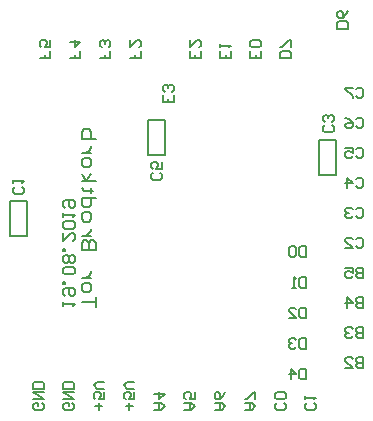
<source format=gbo>
G04*
G04 #@! TF.GenerationSoftware,Altium Limited,Altium Designer,19.1.6 (110)*
G04*
G04 Layer_Color=32896*
%FSLAX25Y25*%
%MOIN*%
G70*
G01*
G75*
%ADD11C,0.00602*%
%ADD13C,0.00630*%
D11*
X28032Y75079D02*
Y86732D01*
X22362Y75079D02*
X28032D01*
X22362D02*
Y86732D01*
X28032D01*
X125315Y95551D02*
X125315Y107205D01*
X130984D01*
X130984Y95551D01*
X125315D02*
X130984D01*
X68425Y113898D02*
X74094D01*
X68425D02*
X68425Y102244D01*
X74094D01*
X74094Y113898D01*
D13*
X40000Y51811D02*
Y53123D01*
Y52467D01*
X43936D01*
X43280Y51811D01*
X40656Y55091D02*
X40000Y55747D01*
Y57059D01*
X40656Y57715D01*
X43280D01*
X43936Y57059D01*
Y55747D01*
X43280Y55091D01*
X42624D01*
X41968Y55747D01*
Y57715D01*
X40000Y59026D02*
X40656D01*
Y59683D01*
X40000D01*
Y59026D01*
X43280Y62306D02*
X43936Y62962D01*
Y64274D01*
X43280Y64930D01*
X40656D01*
X40000Y64274D01*
Y62962D01*
X40656Y62306D01*
X43280D01*
Y66242D02*
X43936Y66898D01*
Y68210D01*
X43280Y68866D01*
X42624D01*
X41968Y68210D01*
X41312Y68866D01*
X40656D01*
X40000Y68210D01*
Y66898D01*
X40656Y66242D01*
X41312D01*
X41968Y66898D01*
X42624Y66242D01*
X43280D01*
X41968Y66898D02*
Y68210D01*
X40000Y70178D02*
X40656D01*
Y70834D01*
X40000D01*
Y70178D01*
Y76081D02*
Y73458D01*
X42624Y76081D01*
X43280D01*
X43936Y75425D01*
Y74114D01*
X43280Y73458D01*
Y77393D02*
X43936Y78049D01*
Y79361D01*
X43280Y80017D01*
X40656D01*
X40000Y79361D01*
Y78049D01*
X40656Y77393D01*
X43280D01*
X40000Y81329D02*
Y82641D01*
Y81985D01*
X43936D01*
X43280Y81329D01*
X40656Y84609D02*
X40000Y85265D01*
Y86577D01*
X40656Y87233D01*
X43280D01*
X43936Y86577D01*
Y85265D01*
X43280Y84609D01*
X42624D01*
X41968Y85265D01*
Y87233D01*
X51022Y51614D02*
Y54763D01*
Y53189D01*
X46299D01*
Y57124D02*
Y58698D01*
X47086Y59486D01*
X48661D01*
X49448Y58698D01*
Y57124D01*
X48661Y56337D01*
X47086D01*
X46299Y57124D01*
X49448Y61060D02*
X46299D01*
X47873D01*
X48661Y61847D01*
X49448Y62634D01*
Y63421D01*
X51022Y70506D02*
X46299D01*
Y72867D01*
X47086Y73654D01*
X47873D01*
X48661Y72867D01*
Y70506D01*
Y72867D01*
X49448Y73654D01*
X50235D01*
X51022Y72867D01*
Y70506D01*
X49448Y75229D02*
X46299D01*
X47873D01*
X48661Y76016D01*
X49448Y76803D01*
Y77590D01*
X46299Y80739D02*
Y82313D01*
X47086Y83100D01*
X48661D01*
X49448Y82313D01*
Y80739D01*
X48661Y79951D01*
X47086D01*
X46299Y80739D01*
X51022Y87823D02*
X46299D01*
Y85461D01*
X47086Y84674D01*
X48661D01*
X49448Y85461D01*
Y87823D01*
X50235Y90184D02*
X49448D01*
Y89397D01*
Y90971D01*
Y90184D01*
X47086D01*
X46299Y90971D01*
Y93333D02*
X51022D01*
X47873D02*
X49448Y95694D01*
X47873Y93333D02*
X46299Y95694D01*
Y98843D02*
Y100417D01*
X47086Y101204D01*
X48661D01*
X49448Y100417D01*
Y98843D01*
X48661Y98056D01*
X47086D01*
X46299Y98843D01*
X49448Y102779D02*
X46299D01*
X47873D01*
X48661Y103566D01*
X49448Y104353D01*
Y105140D01*
X51022Y107502D02*
X46299D01*
Y109863D01*
X47086Y110650D01*
X47873D01*
X48661D01*
X49448Y109863D01*
Y107502D01*
X52055Y17126D02*
Y19487D01*
X53236Y18307D02*
X50875D01*
X53826Y23030D02*
Y20668D01*
X52055D01*
X52646Y21849D01*
Y22439D01*
X52055Y23030D01*
X50875D01*
X50284Y22439D01*
Y21259D01*
X50875Y20668D01*
X53826Y24210D02*
X51465D01*
X50284Y25391D01*
X51465Y26572D01*
X53826D01*
X33070Y19487D02*
X33660Y18897D01*
Y17716D01*
X33070Y17126D01*
X30709D01*
X30118Y17716D01*
Y18897D01*
X30709Y19487D01*
X31889D01*
Y18307D01*
X30118Y20668D02*
X33660D01*
X30118Y23030D01*
X33660D01*
Y24210D02*
X30118D01*
Y25981D01*
X30709Y26572D01*
X33070D01*
X33660Y25981D01*
Y24210D01*
X43153Y19487D02*
X43743Y18897D01*
Y17716D01*
X43153Y17126D01*
X40792D01*
X40201Y17716D01*
Y18897D01*
X40792Y19487D01*
X41972D01*
Y18307D01*
X40201Y20668D02*
X43743D01*
X40201Y23030D01*
X43743D01*
Y24210D02*
X40201D01*
Y25981D01*
X40792Y26572D01*
X43153D01*
X43743Y25981D01*
Y24210D01*
X62138Y17126D02*
Y19487D01*
X63319Y18307D02*
X60958D01*
X63910Y23030D02*
Y20668D01*
X62138D01*
X62729Y21849D01*
Y22439D01*
X62138Y23030D01*
X60958D01*
X60367Y22439D01*
Y21259D01*
X60958Y20668D01*
X63910Y24210D02*
X61548D01*
X60367Y25391D01*
X61548Y26572D01*
X63910D01*
X70451Y17126D02*
X72812D01*
X73993Y18307D01*
X72812Y19487D01*
X70451D01*
X72222D01*
Y17126D01*
X70451Y22439D02*
X73993D01*
X72222Y20668D01*
Y23030D01*
X80534Y17126D02*
X82895D01*
X84076Y18307D01*
X82895Y19487D01*
X80534D01*
X82305D01*
Y17126D01*
X84076Y23030D02*
Y20668D01*
X82305D01*
X82895Y21849D01*
Y22439D01*
X82305Y23030D01*
X81124D01*
X80534Y22439D01*
Y21259D01*
X81124Y20668D01*
X90617Y17126D02*
X92978D01*
X94159Y18307D01*
X92978Y19487D01*
X90617D01*
X92388D01*
Y17126D01*
X94159Y23030D02*
X93569Y21849D01*
X92388Y20668D01*
X91207D01*
X90617Y21259D01*
Y22439D01*
X91207Y23030D01*
X91798D01*
X92388Y22439D01*
Y20668D01*
X100700Y17126D02*
X103061D01*
X104242Y18307D01*
X103061Y19487D01*
X100700D01*
X102471D01*
Y17126D01*
X104242Y20668D02*
Y23030D01*
X103652D01*
X101290Y20668D01*
X100700D01*
X113735Y19487D02*
X114325Y18897D01*
Y17716D01*
X113735Y17126D01*
X111373D01*
X110783Y17716D01*
Y18897D01*
X111373Y19487D01*
X113735Y20668D02*
X114325Y21259D01*
Y22439D01*
X113735Y23030D01*
X111373D01*
X110783Y22439D01*
Y21259D01*
X111373Y20668D01*
X113735D01*
X121260Y30904D02*
Y27362D01*
X119489D01*
X118898Y27953D01*
Y30314D01*
X119489Y30904D01*
X121260D01*
X115947Y27362D02*
Y30904D01*
X117718Y29133D01*
X115356D01*
X121260Y41091D02*
Y37549D01*
X119489D01*
X118898Y38140D01*
Y40501D01*
X119489Y41091D01*
X121260D01*
X117718Y40501D02*
X117127Y41091D01*
X115947D01*
X115356Y40501D01*
Y39911D01*
X115947Y39320D01*
X116537D01*
X115947D01*
X115356Y38730D01*
Y38140D01*
X115947Y37549D01*
X117127D01*
X117718Y38140D01*
X121260Y51278D02*
Y47736D01*
X119489D01*
X118898Y48327D01*
Y50688D01*
X119489Y51278D01*
X121260D01*
X115356Y47736D02*
X117718D01*
X115356Y50098D01*
Y50688D01*
X115947Y51278D01*
X117127D01*
X117718Y50688D01*
X121260Y61465D02*
Y57923D01*
X119489D01*
X118898Y58514D01*
Y60875D01*
X119489Y61465D01*
X121260D01*
X117718Y57923D02*
X116537D01*
X117127D01*
Y61465D01*
X117718Y60875D01*
X121260Y71652D02*
Y68110D01*
X119489D01*
X118898Y68701D01*
Y71062D01*
X119489Y71652D01*
X121260D01*
X117718Y71062D02*
X117127Y71652D01*
X115947D01*
X115356Y71062D01*
Y68701D01*
X115947Y68110D01*
X117127D01*
X117718Y68701D01*
Y71062D01*
X123818Y19487D02*
X124408Y18897D01*
Y17716D01*
X123818Y17126D01*
X121457D01*
X120866Y17716D01*
Y18897D01*
X121457Y19487D01*
X120866Y20668D02*
Y21849D01*
Y21259D01*
X124408D01*
X123818Y20668D01*
X140157Y34644D02*
Y31102D01*
X138386D01*
X137796Y31693D01*
Y32283D01*
X138386Y32873D01*
X140157D01*
X138386D01*
X137796Y33464D01*
Y34054D01*
X138386Y34644D01*
X140157D01*
X134254Y31102D02*
X136615D01*
X134254Y33464D01*
Y34054D01*
X134844Y34644D01*
X136025D01*
X136615Y34054D01*
X140157Y44640D02*
Y41098D01*
X138386D01*
X137796Y41688D01*
Y42279D01*
X138386Y42869D01*
X140157D01*
X138386D01*
X137796Y43459D01*
Y44050D01*
X138386Y44640D01*
X140157D01*
X136615Y44050D02*
X136025Y44640D01*
X134844D01*
X134254Y44050D01*
Y43459D01*
X134844Y42869D01*
X135435D01*
X134844D01*
X134254Y42279D01*
Y41688D01*
X134844Y41098D01*
X136025D01*
X136615Y41688D01*
X140157Y54636D02*
Y51094D01*
X138386D01*
X137796Y51684D01*
Y52274D01*
X138386Y52865D01*
X140157D01*
X138386D01*
X137796Y53455D01*
Y54045D01*
X138386Y54636D01*
X140157D01*
X134844Y51094D02*
Y54636D01*
X136615Y52865D01*
X134254D01*
X140157Y64631D02*
Y61089D01*
X138386D01*
X137796Y61680D01*
Y62270D01*
X138386Y62860D01*
X140157D01*
X138386D01*
X137796Y63451D01*
Y64041D01*
X138386Y64631D01*
X140157D01*
X134254D02*
X136615D01*
Y62860D01*
X135435Y63451D01*
X134844D01*
X134254Y62860D01*
Y61680D01*
X134844Y61089D01*
X136025D01*
X136615Y61680D01*
X137796Y74037D02*
X138386Y74627D01*
X139567D01*
X140157Y74037D01*
Y71675D01*
X139567Y71085D01*
X138386D01*
X137796Y71675D01*
X134254Y71085D02*
X136615D01*
X134254Y73446D01*
Y74037D01*
X134844Y74627D01*
X136025D01*
X136615Y74037D01*
X137796Y84032D02*
X138386Y84623D01*
X139567D01*
X140157Y84032D01*
Y81671D01*
X139567Y81081D01*
X138386D01*
X137796Y81671D01*
X136615Y84032D02*
X136025Y84623D01*
X134844D01*
X134254Y84032D01*
Y83442D01*
X134844Y82851D01*
X135435D01*
X134844D01*
X134254Y82261D01*
Y81671D01*
X134844Y81081D01*
X136025D01*
X136615Y81671D01*
X137796Y94028D02*
X138386Y94618D01*
X139567D01*
X140157Y94028D01*
Y91666D01*
X139567Y91076D01*
X138386D01*
X137796Y91666D01*
X134844Y91076D02*
Y94618D01*
X136615Y92847D01*
X134254D01*
X137796Y104024D02*
X138386Y104614D01*
X139567D01*
X140157Y104024D01*
Y101662D01*
X139567Y101072D01*
X138386D01*
X137796Y101662D01*
X134254Y104614D02*
X136615D01*
Y102843D01*
X135435Y103433D01*
X134844D01*
X134254Y102843D01*
Y101662D01*
X134844Y101072D01*
X136025D01*
X136615Y101662D01*
X137796Y114019D02*
X138386Y114610D01*
X139567D01*
X140157Y114019D01*
Y111658D01*
X139567Y111067D01*
X138386D01*
X137796Y111658D01*
X134254Y114610D02*
X135435Y114019D01*
X136615Y112838D01*
Y111658D01*
X136025Y111067D01*
X134844D01*
X134254Y111658D01*
Y112248D01*
X134844Y112838D01*
X136615D01*
X137796Y124015D02*
X138386Y124605D01*
X139567D01*
X140157Y124015D01*
Y121653D01*
X139567Y121063D01*
X138386D01*
X137796Y121653D01*
X136615Y124605D02*
X134254D01*
Y124015D01*
X136615Y121653D01*
Y121063D01*
X135038Y144291D02*
X131496D01*
Y146062D01*
X132086Y146653D01*
X134448D01*
X135038Y146062D01*
Y144291D01*
Y150195D02*
X134448Y149014D01*
X133267Y147834D01*
X132086D01*
X131496Y148424D01*
Y149605D01*
X132086Y150195D01*
X132677D01*
X133267Y149605D01*
Y147834D01*
X116141Y134449D02*
X112598D01*
Y136220D01*
X113189Y136810D01*
X115550D01*
X116141Y136220D01*
Y134449D01*
Y137991D02*
Y140352D01*
X115550D01*
X113189Y137991D01*
X112598D01*
X106101Y136810D02*
Y134449D01*
X102559D01*
Y136810D01*
X104330Y134449D02*
Y135629D01*
X105511Y137991D02*
X106101Y138581D01*
Y139762D01*
X105511Y140352D01*
X103149D01*
X102559Y139762D01*
Y138581D01*
X103149Y137991D01*
X105511D01*
X96062Y136810D02*
Y134449D01*
X92520D01*
Y136810D01*
X94291Y134449D02*
Y135629D01*
X92520Y137991D02*
Y139172D01*
Y138581D01*
X96062D01*
X95472Y137991D01*
X86023Y136810D02*
Y134449D01*
X82480D01*
Y136810D01*
X84251Y134449D02*
Y135629D01*
X82480Y140352D02*
Y137991D01*
X84842Y140352D01*
X85432D01*
X86023Y139762D01*
Y138581D01*
X85432Y137991D01*
X76967Y122046D02*
Y119685D01*
X73425D01*
Y122046D01*
X75196Y119685D02*
Y120866D01*
X76377Y123227D02*
X76967Y123818D01*
Y124998D01*
X76377Y125589D01*
X75787D01*
X75196Y124998D01*
Y124408D01*
Y124998D01*
X74606Y125589D01*
X74016D01*
X73425Y124998D01*
Y123818D01*
X74016Y123227D01*
X65944Y136810D02*
Y134449D01*
X64173D01*
Y135629D01*
Y134449D01*
X62402D01*
Y140352D02*
Y137991D01*
X64763Y140352D01*
X65353D01*
X65944Y139762D01*
Y138581D01*
X65353Y137991D01*
X55904Y136810D02*
Y134449D01*
X54133D01*
Y135629D01*
Y134449D01*
X52362D01*
X55314Y137991D02*
X55904Y138581D01*
Y139762D01*
X55314Y140352D01*
X54724D01*
X54133Y139762D01*
Y139172D01*
Y139762D01*
X53543Y140352D01*
X52952D01*
X52362Y139762D01*
Y138581D01*
X52952Y137991D01*
X45865Y136810D02*
Y134449D01*
X44094D01*
Y135629D01*
Y134449D01*
X42323D01*
Y139762D02*
X45865D01*
X44094Y137991D01*
Y140352D01*
X35826Y136810D02*
Y134449D01*
X34054D01*
Y135629D01*
Y134449D01*
X32283D01*
X35826Y140352D02*
Y137991D01*
X34054D01*
X34645Y139172D01*
Y139762D01*
X34054Y140352D01*
X32874D01*
X32283Y139762D01*
Y138581D01*
X32874Y137991D01*
X26377Y91535D02*
X26967Y90944D01*
Y89764D01*
X26377Y89173D01*
X24016D01*
X23425Y89764D01*
Y90944D01*
X24016Y91535D01*
X23425Y92715D02*
Y93896D01*
Y93306D01*
X26967D01*
X26377Y92715D01*
X129724Y112007D02*
X130314Y111417D01*
Y110236D01*
X129724Y109646D01*
X127362D01*
X126772Y110236D01*
Y111417D01*
X127362Y112007D01*
X129724Y113188D02*
X130314Y113778D01*
Y114959D01*
X129724Y115549D01*
X129133D01*
X128543Y114959D01*
Y114369D01*
Y114959D01*
X127952Y115549D01*
X127362D01*
X126772Y114959D01*
Y113778D01*
X127362Y113188D01*
X72440Y96259D02*
X73030Y95669D01*
Y94488D01*
X72440Y93898D01*
X70078D01*
X69488Y94488D01*
Y95669D01*
X70078Y96259D01*
X73030Y99801D02*
Y97440D01*
X71259D01*
X71850Y98620D01*
Y99211D01*
X71259Y99801D01*
X70078D01*
X69488Y99211D01*
Y98030D01*
X70078Y97440D01*
M02*

</source>
